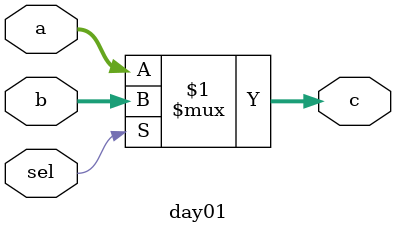
<source format=v>
module day01(
    input   sel,
    input   [3:0] a,
    input   [3:0] b,
    output  [3:0] c
);
    assign c = (sel) ? b : a;

endmodule

</source>
